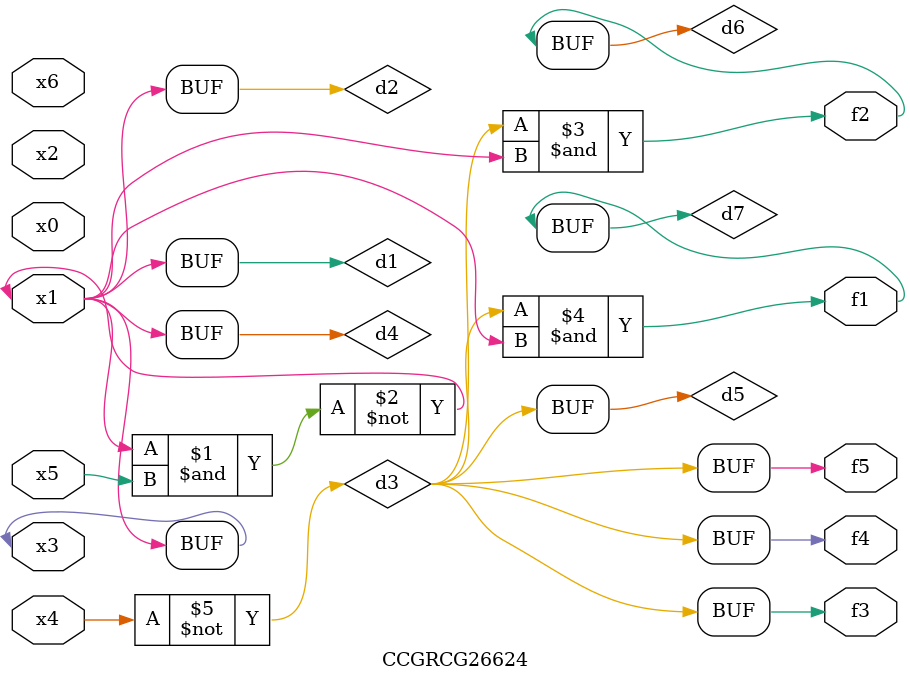
<source format=v>
module CCGRCG26624(
	input x0, x1, x2, x3, x4, x5, x6,
	output f1, f2, f3, f4, f5
);

	wire d1, d2, d3, d4, d5, d6, d7;

	buf (d1, x1, x3);
	nand (d2, x1, x5);
	not (d3, x4);
	buf (d4, d1, d2);
	buf (d5, d3);
	and (d6, d3, d4);
	and (d7, d3, d4);
	assign f1 = d7;
	assign f2 = d6;
	assign f3 = d5;
	assign f4 = d5;
	assign f5 = d5;
endmodule

</source>
